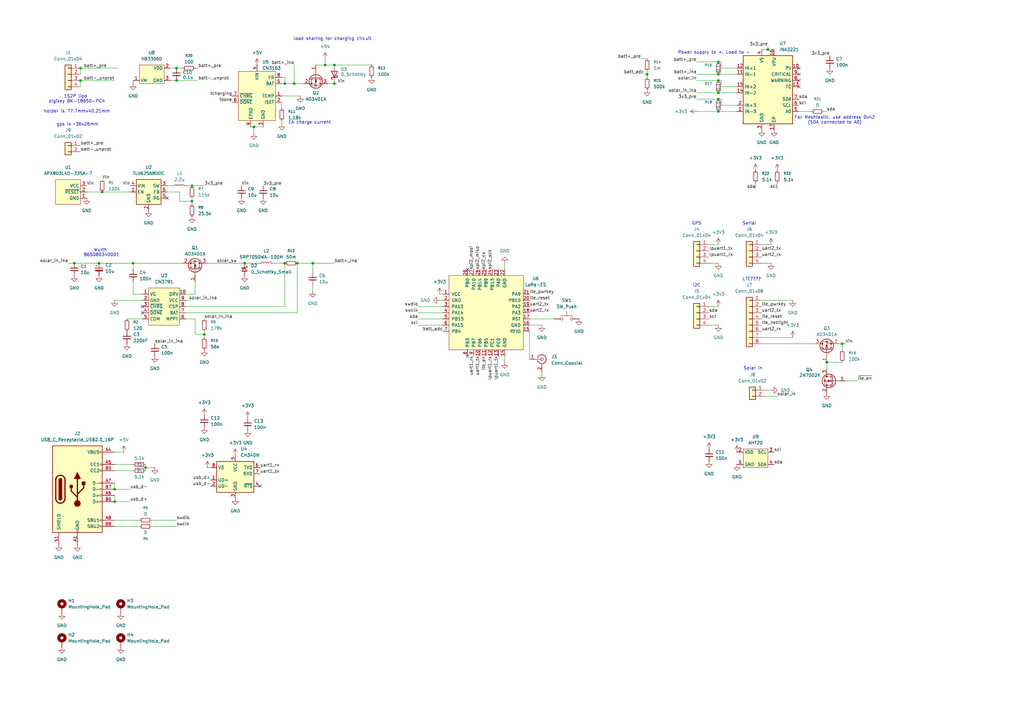
<source format=kicad_sch>
(kicad_sch (version 20250114) (generator "eeschema") (generator_version "9.0")
  (paper "A3")
  (text "Power supply to +, Load to -" (at 292.862 21.59 0) (effects (font (size 1.27 1.27))))
  (text "LTE????" (at 308.356 114.554 0) (effects (font (size 1.27 1.27))))
  (text "Serial" (at 307.34 91.694 0) (effects (font (size 1.27 1.27))))
  (text "1S2P lipo \ndigikey BK-18650-PC4\n\nholder is 77.7mmx40.21mm" (at 31.496 42.672 0) (effects (font (size 1.27 1.27))))
  (text "Wurth \n865080340001" (at 41.656 103.632 0) (effects (font (size 1.27 1.27))))
  (text "Use JLC04161H-7628, 50ohm on L1 with L2 reference = 0.3493mm thickness" (at 188.722 -10.668 0) (effects (font (size 5 5))))
  (text "Solar in" (at 308.864 151.13 0) (effects (font (size 1.27 1.27))))
  (text "1A charge current" (at 127 50.292 0) (effects (font (size 1.27 1.27))))
  (text "GPS" (at 285.75 91.694 0) (effects (font (size 1.27 1.27))))
  (text "I2C" (at 285.75 117.094 0) (effects (font (size 1.27 1.27))))
  (text "For Meshtastic, use address 0x42\n(SDA connected to A0)" (at 342.392 49.276 0) (effects (font (size 1.27 1.27))))
  (text "load sharing for charging circuit" (at 136.398 16.002 0) (effects (font (size 1.27 1.27))))
  (text "gps is ~36x26mm" (at 31.75 51.054 0) (effects (font (size 1.27 1.27))))
  (junction (at 72.39 33.02))
  (junction (at 137.16 26.67))
  (junction (at 294.64 25.4))
  (junction (at 137.16 34.29))
  (junction (at 294.64 38.1))
  (junction (at 116.84 107.95))
  (junction (at 116.84 34.29))
  (junction (at 46.99 205.74))
  (junction (at 294.64 30.48))
  (junction (at 128.27 107.95))
  (junction (at 104.14 52.07))
  (junction (at 46.99 200.66))
  (junction (at 33.02 27.94))
  (junction (at 59.69 191.77))
  (junction (at 72.39 27.94))
  (junction (at 78.74 82.55))
  (junction (at 30.48 107.95))
  (junction (at 121.92 107.95))
  (junction (at 314.96 20.32))
  (junction (at 78.74 76.2))
  (junction (at 294.64 33.02))
  (junction (at 41.91 78.74))
  (junction (at 345.44 140.97))
  (junction (at 133.35 26.67))
  (junction (at 83.82 137.16))
  (junction (at 339.09 148.59))
  (junction (at 54.61 107.95))
  (junction (at 120.65 34.29))
  (junction (at 100.33 107.95))
  (junction (at 265.43 30.48))
  (junction (at 40.64 107.95))
  (junction (at 294.64 45.72))
  (junction (at 33.02 33.02))
  (junction (at 294.64 40.64))
  (no_connect (at 327.66 33.02))
  (no_connect (at 58.42 128.27))
  (no_connect (at 191.77 110.49))
  (no_connect (at 106.68 199.39))
  (no_connect (at 327.66 27.94))
  (no_connect (at 191.77 146.05))
  (no_connect (at 327.66 35.56))
  (no_connect (at 68.58 81.28))
  (no_connect (at 327.66 30.48))
  (no_connect (at 58.42 125.73))
  (wire (pts (xy 46.99 123.19) (xy 58.42 123.19)))
  (wire (pts (xy 346.71 140.97) (xy 345.44 140.97)))
  (wire (pts (xy 59.69 190.5) (xy 59.69 191.77)))
  (wire (pts (xy 295.91 25.4) (xy 295.91 27.94)))
  (wire (pts (xy 104.14 52.07) (xy 107.95 52.07)))
  (wire (pts (xy 294.64 125.73) (xy 290.83 125.73)))
  (wire (pts (xy 285.75 25.4) (xy 294.64 25.4)))
  (wire (pts (xy 120.65 34.29) (xy 124.46 34.29)))
  (wire (pts (xy 116.84 107.95) (xy 116.84 125.73)))
  (wire (pts (xy 180.34 123.19) (xy 181.61 123.19)))
  (wire (pts (xy 285.75 45.72) (xy 294.64 45.72)))
  (wire (pts (xy 33.02 33.02) (xy 33.02 35.56)))
  (wire (pts (xy 54.61 107.95) (xy 40.64 107.95)))
  (wire (pts (xy 129.54 26.67) (xy 133.35 26.67)))
  (wire (pts (xy 71.12 76.2) (xy 68.58 76.2)))
  (wire (pts (xy 171.45 133.35) (xy 181.61 133.35)))
  (wire (pts (xy 69.85 33.02) (xy 72.39 33.02)))
  (wire (pts (xy 339.09 148.59) (xy 345.44 148.59)))
  (wire (pts (xy 171.45 130.81) (xy 181.61 130.81)))
  (wire (pts (xy 339.09 45.72) (xy 337.82 45.72)))
  (wire (pts (xy 78.74 82.55) (xy 78.74 81.28)))
  (wire (pts (xy 294.64 107.95) (xy 290.83 107.95)))
  (wire (pts (xy 54.61 120.65) (xy 54.61 115.57)))
  (wire (pts (xy 33.02 27.94) (xy 33.02 30.48)))
  (wire (pts (xy 318.77 162.56) (xy 313.69 162.56)))
  (wire (pts (xy 80.01 130.81) (xy 80.01 137.16)))
  (wire (pts (xy 81.28 27.94) (xy 80.01 27.94)))
  (wire (pts (xy 46.99 193.04) (xy 54.61 193.04)))
  (wire (pts (xy 83.82 137.16) (xy 83.82 135.89)))
  (wire (pts (xy 116.84 107.95) (xy 111.76 107.95)))
  (wire (pts (xy 295.91 33.02) (xy 295.91 35.56)))
  (wire (pts (xy 294.64 133.35) (xy 290.83 133.35)))
  (wire (pts (xy 171.45 125.73) (xy 181.61 125.73)))
  (wire (pts (xy 339.09 151.13) (xy 339.09 148.59)))
  (wire (pts (xy 46.99 203.2) (xy 46.99 205.74)))
  (wire (pts (xy 30.48 107.95) (xy 40.64 107.95)))
  (wire (pts (xy 294.64 33.02) (xy 295.91 33.02)))
  (wire (pts (xy 180.34 120.65) (xy 181.61 120.65)))
  (wire (pts (xy 46.99 198.12) (xy 46.99 200.66)))
  (wire (pts (xy 264.16 30.48) (xy 265.43 30.48)))
  (wire (pts (xy 35.56 78.74) (xy 41.91 78.74)))
  (wire (pts (xy 316.23 100.33) (xy 312.42 100.33)))
  (wire (pts (xy 265.43 30.48) (xy 265.43 29.21)))
  (wire (pts (xy 207.01 107.95) (xy 207.01 110.49)))
  (wire (pts (xy 54.61 34.29) (xy 54.61 33.02)))
  (wire (pts (xy 285.75 40.64) (xy 294.64 40.64)))
  (wire (pts (xy 351.79 156.21) (xy 346.71 156.21)))
  (wire (pts (xy 33.02 33.02) (xy 46.99 33.02)))
  (wire (pts (xy 314.96 20.32) (xy 317.5 20.32)))
  (wire (pts (xy 294.64 40.64) (xy 295.91 40.64)))
  (wire (pts (xy 58.42 120.65) (xy 54.61 120.65)))
  (wire (pts (xy 217.17 130.81) (xy 227.33 130.81)))
  (wire (pts (xy 295.91 43.18) (xy 302.26 43.18)))
  (wire (pts (xy 285.75 33.02) (xy 294.64 33.02)))
  (wire (pts (xy 312.42 20.32) (xy 314.96 20.32)))
  (wire (pts (xy 54.61 190.5) (xy 46.99 190.5)))
  (wire (pts (xy 115.57 44.45) (xy 115.57 41.91)))
  (wire (pts (xy 50.8 185.42) (xy 46.99 185.42)))
  (wire (pts (xy 133.35 24.13) (xy 133.35 26.67)))
  (wire (pts (xy 73.66 78.74) (xy 73.66 82.55)))
  (wire (pts (xy 345.44 143.51) (xy 345.44 140.97)))
  (wire (pts (xy 120.65 26.67) (xy 120.65 34.29)))
  (wire (pts (xy 102.87 52.07) (xy 104.14 52.07)))
  (wire (pts (xy 116.84 34.29) (xy 120.65 34.29)))
  (wire (pts (xy 57.15 215.9) (xy 46.99 215.9)))
  (wire (pts (xy 285.75 38.1) (xy 294.64 38.1)))
  (wire (pts (xy 83.82 138.43) (xy 83.82 137.16)))
  (wire (pts (xy 294.64 100.33) (xy 290.83 100.33)))
  (wire (pts (xy 80.01 120.65) (xy 80.01 115.57)))
  (wire (pts (xy 345.44 140.97) (xy 344.17 140.97)))
  (wire (pts (xy 285.75 30.48) (xy 294.64 30.48)))
  (wire (pts (xy 74.93 27.94) (xy 72.39 27.94)))
  (wire (pts (xy 171.45 128.27) (xy 181.61 128.27)))
  (wire (pts (xy 128.27 116.84) (xy 128.27 119.38)))
  (wire (pts (xy 81.28 33.02) (xy 72.39 33.02)))
  (wire (pts (xy 137.16 34.29) (xy 138.43 34.29)))
  (wire (pts (xy 121.92 107.95) (xy 128.27 107.95)))
  (wire (pts (xy 68.58 78.74) (xy 73.66 78.74)))
  (wire (pts (xy 59.69 191.77) (xy 59.69 193.04)))
  (wire (pts (xy 85.09 191.77) (xy 86.36 191.77)))
  (wire (pts (xy 80.01 137.16) (xy 83.82 137.16)))
  (wire (pts (xy 134.62 34.29) (xy 137.16 34.29)))
  (wire (pts (xy 33.02 27.94) (xy 48.26 27.94)))
  (wire (pts (xy 332.74 45.72) (xy 327.66 45.72)))
  (wire (pts (xy 115.57 34.29) (xy 116.84 34.29)))
  (wire (pts (xy 41.91 78.74) (xy 53.34 78.74)))
  (wire (pts (xy 78.74 76.2) (xy 83.82 76.2)))
  (wire (pts (xy 325.12 123.19) (xy 312.42 123.19)))
  (wire (pts (xy 62.23 215.9) (xy 72.39 215.9)))
  (wire (pts (xy 54.61 107.95) (xy 74.93 107.95)))
  (wire (pts (xy 318.77 77.47) (xy 318.77 74.93)))
  (wire (pts (xy 78.74 83.82) (xy 78.74 82.55)))
  (wire (pts (xy 76.2 76.2) (xy 78.74 76.2)))
  (wire (pts (xy 295.91 35.56) (xy 302.26 35.56)))
  (wire (pts (xy 54.61 110.49) (xy 54.61 107.95)))
  (wire (pts (xy 207.01 148.59) (xy 207.01 146.05)))
  (wire (pts (xy 72.39 27.94) (xy 69.85 27.94)))
  (wire (pts (xy 152.4 26.67) (xy 137.16 26.67)))
  (wire (pts (xy 309.88 77.47) (xy 309.88 74.93)))
  (wire (pts (xy 262.89 24.13) (xy 265.43 24.13)))
  (wire (pts (xy 316.23 160.02) (xy 313.69 160.02)))
  (wire (pts (xy 62.23 213.36) (xy 72.39 213.36)))
  (wire (pts (xy 76.2 128.27) (xy 121.92 128.27)))
  (wire (pts (xy 85.09 107.95) (xy 100.33 107.95)))
  (wire (pts (xy 294.64 25.4) (xy 295.91 25.4)))
  (wire (pts (xy 128.27 107.95) (xy 128.27 111.76)))
  (wire (pts (xy 104.14 52.07) (xy 104.14 54.61)))
  (wire (pts (xy 222.25 152.4) (xy 222.25 153.67)))
  (wire (pts (xy 217.17 135.89) (xy 217.17 147.32)))
  (wire (pts (xy 116.84 31.75) (xy 116.84 34.29)))
  (wire (pts (xy 123.19 39.37) (xy 115.57 39.37)))
  (wire (pts (xy 294.64 30.48) (xy 302.26 30.48)))
  (wire (pts (xy 128.27 107.95) (xy 137.16 107.95)))
  (wire (pts (xy 106.68 107.95) (xy 100.33 107.95)))
  (wire (pts (xy 133.35 26.67) (xy 137.16 26.67)))
  (wire (pts (xy 314.96 19.05) (xy 314.96 20.32)))
  (wire (pts (xy 73.66 82.55) (xy 78.74 82.55)))
  (wire (pts (xy 116.84 125.73) (xy 76.2 125.73)))
  (wire (pts (xy 52.07 130.81) (xy 58.42 130.81)))
  (wire (pts (xy 59.69 191.77) (xy 63.5 191.77)))
  (wire (pts (xy 295.91 40.64) (xy 295.91 43.18)))
  (wire (pts (xy 115.57 31.75) (xy 116.84 31.75)))
  (wire (pts (xy 222.25 133.35) (xy 217.17 133.35)))
  (wire (pts (xy 295.91 27.94) (xy 302.26 27.94)))
  (wire (pts (xy 316.23 107.95) (xy 312.42 107.95)))
  (wire (pts (xy 294.64 45.72) (xy 302.26 45.72)))
  (wire (pts (xy 57.15 213.36) (xy 46.99 213.36)))
  (wire (pts (xy 325.12 138.43) (xy 312.42 138.43)))
  (wire (pts (xy 334.01 140.97) (xy 312.42 140.97)))
  (wire (pts (xy 46.99 200.66) (xy 53.34 200.66)))
  (wire (pts (xy 46.99 205.74) (xy 53.34 205.74)))
  (wire (pts (xy 294.64 38.1) (xy 302.26 38.1)))
  (wire (pts (xy 77.47 123.19) (xy 76.2 123.19)))
  (wire (pts (xy 30.48 107.95) (xy 27.94 107.95)))
  (wire (pts (xy 121.92 128.27) (xy 121.92 107.95)))
  (wire (pts (xy 76.2 120.65) (xy 80.01 120.65)))
  (wire (pts (xy 76.2 130.81) (xy 80.01 130.81)))
  (wire (pts (xy 265.43 31.75) (xy 265.43 30.48)))
  (wire (pts (xy 115.57 49.53) (xy 115.57 50.8)))
  (label "lpuart1_tx" (at 290.83 102.87 0))
  (label "batt-_unprot" (at 33.02 62.23 0))
  (label "uart1_tx" (at 106.68 194.31 0))
  (label "scl" (at 290.83 130.81 0))
  (label "uart1_rx" (at 194.31 146.05 270))
  (label "spi2_miso" (at 196.85 110.49 90))
  (label "3v3_pre" (at 314.96 19.05 180))
  (label "sda" (at 317.5 190.5 0))
  (label "usb_d+" (at 86.36 196.85 180))
  (label "uart1_tx" (at 196.85 146.05 270))
  (label "scl" (at 318.77 77.47 180))
  (label "lte_netlight" (at 312.42 133.35 0))
  (label "uart1_rx" (at 106.68 191.77 0))
  (label "uart2_tx" (at 217.17 125.73 0))
  (label "uart2_rx" (at 312.42 105.41 0))
  (label "uart2_rx" (at 217.17 128.27 0))
  (label "Vin" (at 35.56 76.2 0))
  (label "solar_in" (at 318.77 162.56 0))
  (label "batt_adc" (at 264.16 30.48 180))
  (label "swclk" (at 171.45 128.27 180))
  (label "batt+_pre" (at 262.89 24.13 180))
  (label "!charging" (at 95.25 39.37 180))
  (label "3v3_pre" (at 340.36 22.86 180))
  (label "scl" (at 171.45 133.35 180))
  (label "!done" (at 95.25 41.91 180))
  (label "sda" (at 171.45 130.81 180))
  (label "swdio" (at 171.45 125.73 180))
  (label "batt_adc" (at 181.61 135.89 180))
  (label "batt+_pre" (at 34.29 27.94 0))
  (label "batt+_pre" (at 81.28 27.94 0))
  (label "batt-_unprot" (at 81.28 33.02 0))
  (label "lte_reset" (at 217.17 123.19 0))
  (label "sda" (at 309.88 77.47 180))
  (label "lte_pwrkey" (at 312.42 125.73 0))
  (label "~{lte_en}" (at 351.79 156.21 0))
  (label "sda" (at 339.09 45.72 0))
  (label "swdio" (at 72.39 213.36 0))
  (label "3v3_pre" (at 83.82 76.2 0))
  (label "lte_pwrkey" (at 217.17 120.65 0))
  (label "batt+_pre" (at 285.75 25.4 180))
  (label "batt+_pre" (at 33.02 59.69 0))
  (label "scl" (at 317.5 185.42 0))
  (label "solar_in_ina" (at 27.94 107.95 180))
  (label "Vin" (at 53.34 76.2 180))
  (label "uart2_rx" (at 312.42 135.89 0))
  (label "solar_in_ina" (at 77.47 123.19 0))
  (label "usb_d+" (at 53.34 205.74 0))
  (label "spi2_sck" (at 201.93 110.49 90))
  (label "lpuart1_rx" (at 201.93 146.05 270))
  (label "usb_d-" (at 86.36 199.39 180))
  (label "solar_in_ina" (at 63.5 140.97 0))
  (label "batt+_ina" (at 285.75 30.48 180))
  (label "uart2_tx" (at 312.42 102.87 0))
  (label "lte_reset" (at 312.42 130.81 0))
  (label "sda" (at 327.66 40.64 0))
  (label "lpuart1_rx" (at 290.83 105.41 0))
  (label "solar_sw" (at 88.9 107.95 0))
  (label "batt+_ina" (at 137.16 107.95 0))
  (label "batt-_unprot" (at 34.29 33.02 0))
  (label "scl" (at 327.66 43.18 0))
  (label "solar_in_ina" (at 83.82 130.81 0))
  (label "3v3_pre" (at 285.75 40.64 180))
  (label "swclk" (at 72.39 215.9 0))
  (label "uart2_tx" (at 312.42 128.27 0))
  (label "Vin" (at 41.91 73.66 0))
  (label "solar_in" (at 285.75 33.02 180))
  (label "Vin" (at 99.06 76.2 0))
  (label "Vin" (at 346.71 140.97 0))
  (label "lte_en" (at 199.39 146.05 270))
  (label "spi2_cs" (at 199.39 110.49 90))
  (label "lpuart1_tx" (at 204.47 146.05 270))
  (label "3v3_pre" (at 107.95 76.2 0))
  (label "sda" (at 290.83 128.27 0))
  (label "spi2_mosi" (at 194.31 110.49 90))
  (label "Vin" (at 138.43 34.29 0))
  (label "batt+_ina" (at 120.65 26.67 180))
  (label "solar_in_ina" (at 285.75 38.1 180))
  (label "usb_d-" (at 53.34 200.66 0))
  (symbol (lib_id "Device:R_Small") (at 318.77 72.39 0) (unit 1)
    (property "Reference" "R23" (at 321.31 71.1199 0) (effects (font (size 1.016 1.016)) (justify left)))
    (property "Value" "5.1k" (at 321.31 73.6599 0) (effects (justify left)))
    (property "Footprint" "Resistor_SMD:R_0603_1608Metric" (effects (hide yes)))
    (property "Description" "Resistor, small symbol" (effects (hide yes)))
  )
  (symbol (lib_id "power:GND") (at 222.25 153.67 0) (unit 1)
    (property "Reference" "#PWR034" (effects (hide yes)))
    (property "Value" "GND" (at 222.25 158.75 0))
    (property "Description" "Power symbol creates a global label with name \"GND\" , ground" (effects (hide yes)))
  )
  (symbol (lib_id "power:+3V3") (at 294.64 100.33 0) (unit 1)
    (property "Reference" "#PWR038" (effects (hide yes)))
    (property "Value" "+3V3" (at 294.64 95.25 0))
    (property "Description" "Power symbol creates a global label with name \"+3V3\"" (effects (hide yes)))
  )
  (symbol (lib_id "power:GND") (at 294.64 107.95 0) (unit 1)
    (property "Reference" "#PWR039" (effects (hide yes)))
    (property "Value" "GND" (at 294.64 113.03 0))
    (property "Description" "Power symbol creates a global label with name \"GND\" , ground" (effects (hide yes)))
  )
  (symbol (lib_id "stary:AHT20") (at 309.88 187.96 0) (unit 1)
    (property "Reference" "U9" (at 309.88 179.07 0))
    (property "Value" "AHT20" (at 309.88 181.61 0))
    (property "Footprint" "stary:AHT20" (effects (hide yes)))
  )
  (symbol (lib_id "Connector_Generic:Conn_01x04") (at 27.94 30.48 0) (mirror y) (unit 1)
    (property "Reference" "J1" (at 27.94 21.59 0))
    (property "Value" "Conn_01x04" (at 27.94 24.13 0))
    (property "Footprint" "stary:BK-18650-PC4" (effects (hide yes)))
    (property "Description" "Generic connector, single row, 01x04, script generated (kicad-library-utils/schlib/autogen/connector/)" (effects (hide yes)))
  )
  (symbol (lib_id "Transistor_FET:AO3401A") (at 129.54 31.75 270) (unit 1)
    (property "Reference" "Q2" (at 129.54 38.1 90))
    (property "Value" "AO3401A" (at 129.54 40.64 90))
    (property "Footprint" "Package_TO_SOT_SMD:SOT-23" (effects (hide yes)))
    (property "Datasheet" "http://www.aosmd.com/pdfs/datasheet/AO3401A.pdf" (effects (hide yes)))
    (property "Description" "-4.0A Id, -30V Vds, P-Channel MOSFET, SOT-23" (effects (hide yes)))
  )
  (symbol (lib_id "power:GND") (at 83.82 175.26 0) (unit 1)
    (property "Reference" "#PWR062" (effects (hide yes)))
    (property "Value" "GND" (at 83.82 180.34 0))
    (property "Description" "Power symbol creates a global label with name \"GND\" , ground" (effects (hide yes)))
  )
  (symbol (lib_id "power:GND") (at 83.82 143.51 0) (unit 1)
    (property "Reference" "#PWR017" (effects (hide yes)))
    (property "Value" "GND" (at 83.82 148.59 0))
    (property "Description" "Power symbol creates a global label with name \"GND\" , ground" (effects (hide yes)))
  )
  (symbol (lib_id "Mechanical:MountingHole_Pad") (at 49.53 262.89 0) (unit 1) (in_bom no)
    (property "Reference" "H4" (at 52.07 260.3499 0) (effects (justify left)))
    (property "Value" "MountingHole_Pad" (at 52.07 262.8899 0) (effects (justify left)))
    (property "Footprint" "MountingHole:MountingHole_3.2mm_M3_Pad_Via" (effects (hide yes)))
    (property "Description" "Mounting Hole with connection" (effects (hide yes)))
  )
  (symbol (lib_id "power:GND") (at 294.64 133.35 0) (unit 1)
    (property "Reference" "#PWR041" (effects (hide yes)))
    (property "Value" "GND" (at 294.64 138.43 0))
    (property "Description" "Power symbol creates a global label with name \"GND\" , ground" (effects (hide yes)))
  )
  (symbol (lib_id "Interface_USB:CH340N") (at 96.52 194.31 0) (unit 1)
    (property "Reference" "U4" (at 98.6633 184.15 0) (effects (justify left)))
    (property "Value" "CH340N" (at 98.6633 186.69 0) (effects (justify left)))
    (property "Footprint" "Package_SO:SOP-8_3.9x4.9mm_P1.27mm" (effects (hide yes)))
    (property "Datasheet" "https://aitendo3.sakura.ne.jp/aitendo_data/product_img/ic/inteface/CH340N/ch340n.pdf" (effects (hide yes)))
    (property "Description" "USB serial converter, 2Mbps, UART, SOP-8" (effects (hide yes)))
  )
  (symbol (lib_id "Device:R_Small") (at 59.69 215.9 270) (unit 1)
    (property "Reference" "R6" (at 59.69 220.98 90) (effects (font (size 1.016 1.016))))
    (property "Value" "0" (at 59.69 218.44 90))
    (property "Footprint" "Resistor_SMD:R_0402_1005Metric" (effects (hide yes)))
    (property "Description" "Resistor, small symbol" (effects (hide yes)))
  )
  (symbol (lib_id "Device:R_Small") (at 41.91 76.2 0) (unit 1)
    (property "Reference" "R1" (at 44.45 74.9299 0) (effects (font (size 1.016 1.016)) (justify left)))
    (property "Value" "100k" (at 44.45 77.4699 0) (effects (justify left)))
    (property "Footprint" "Resistor_SMD:R_0603_1608Metric" (effects (hide yes)))
    (property "Description" "Resistor, small symbol" (effects (hide yes)))
  )
  (symbol (lib_id "Device:R_Small") (at 115.57 46.99 0) (unit 1)
    (property "Reference" "R11" (at 118.11 45.7199 0) (effects (font (size 1.016 1.016)) (justify left)))
    (property "Value" "1.18k" (at 118.11 48.2599 0) (effects (justify left)))
    (property "Footprint" "Resistor_SMD:R_0603_1608Metric" (effects (hide yes)))
    (property "Description" "Resistor, small symbol" (effects (hide yes)))
  )
  (symbol (lib_id "Device:L_Small") (at 109.22 107.95 90) (unit 1)
    (property "Reference" "L2" (at 109.22 102.87 90))
    (property "Value" "SRP7050WA-100M" (at 107.188 105.41 90))
    (property "Footprint" "Inductor_SMD:L_Bourns_SRP7028A_7.3x6.6mm" (effects (hide yes)))
    (property "Description" "Inductor, small symbol" (effects (hide yes)))
  )
  (symbol (lib_id "power:GND") (at 46.99 123.19 0) (unit 1)
    (property "Reference" "#PWR08" (effects (hide yes)))
    (property "Value" "GND" (at 46.99 128.27 0))
    (property "Description" "Power symbol creates a global label with name \"GND\" , ground" (effects (hide yes)))
  )
  (symbol (lib_id "power:+5V") (at 105.41 26.67 0) (unit 1)
    (property "Reference" "#PWR023" (effects (hide yes)))
    (property "Value" "+5V" (at 105.41 21.59 0))
    (property "Description" "Power symbol creates a global label with name \"+5V\"" (effects (hide yes)))
  )
  (symbol (lib_id "Device:R_Small") (at 152.4 29.21 180) (unit 1)
    (property "Reference" "R13" (at 154.94 27.9399 0) (effects (font (size 1.016 1.016)) (justify right)))
    (property "Value" "100k" (at 154.94 30.4799 0) (effects (justify right)))
    (property "Footprint" "Resistor_SMD:R_0603_1608Metric" (effects (hide yes)))
    (property "Description" "Resistor, small symbol" (effects (hide yes)))
  )
  (symbol (lib_id "Device:R_Small") (at 52.07 133.35 0) (unit 1)
    (property "Reference" "R2" (at 54.61 132.0799 0) (effects (font (size 1.016 1.016)) (justify left)))
    (property "Value" "120" (at 54.61 134.6199 0) (effects (justify left)))
    (property "Footprint" "Resistor_SMD:R_0603_1608Metric" (effects (hide yes)))
    (property "Description" "Resistor, small symbol" (effects (hide yes)))
  )
  (symbol (lib_id "Device:R_Small") (at 265.43 26.67 0) (unit 1)
    (property "Reference" "R14" (at 267.97 25.3999 0) (effects (font (size 1.016 1.016)) (justify left)))
    (property "Value" "1m" (at 267.97 27.9399 0) (effects (justify left)))
    (property "Footprint" "Resistor_SMD:R_0603_1608Metric" (effects (hide yes)))
    (property "Description" "Resistor, small symbol" (effects (hide yes)))
  )
  (symbol (lib_id "Connector_Generic:Conn_01x02") (at 27.94 59.69 0) (mirror y) (unit 1)
    (property "Reference" "J9" (at 27.94 53.34 0))
    (property "Value" "Conn_01x02" (at 27.94 55.88 0))
    (property "Footprint" "Connector_JST:JST_PH_B2B-PH-K_1x02_P2.00mm_Vertical" (effects (hide yes)))
    (property "Description" "Generic connector, single row, 01x02, script generated (kicad-library-utils/schlib/autogen/connector/)" (effects (hide yes)))
  )
  (symbol (lib_id "Mechanical:MountingHole_Pad") (at 49.53 248.92 0) (unit 1) (in_bom no)
    (property "Reference" "H3" (at 52.07 246.3799 0) (effects (justify left)))
    (property "Value" "MountingHole_Pad" (at 52.07 248.9199 0) (effects (justify left)))
    (property "Footprint" "MountingHole:MountingHole_3.2mm_M3_Pad_Via" (effects (hide yes)))
    (property "Description" "Mounting Hole with connection" (effects (hide yes)))
  )
  (symbol (lib_id "stary:CN3791") (at 67.31 125.73 0) (unit 1)
    (property "Reference" "U3" (at 67.31 113.03 0))
    (property "Value" "CN3791" (at 67.31 115.57 0))
    (property "Footprint" "Package_SO:SSOP-10_3.9x4.9mm_P1.00mm" (effects (hide yes)))
  )
  (symbol (lib_id "Device:R_Small") (at 294.64 43.18 0) (unit 1)
    (property "Reference" "R18" (at 292.1 41.9099 0) (effects (font (size 1.016 1.016)) (justify right)))
    (property "Value" "0.1" (at 294.64 41.402 90) (effects (justify right)))
    (property "Footprint" "Resistor_SMD:R_1206_3216Metric" (effects (hide yes)))
    (property "Description" "Resistor, small symbol" (effects (hide yes)))
  )
  (symbol (lib_id "power:GND") (at 24.13 223.52 0) (unit 1)
    (property "Reference" "#PWR01" (effects (hide yes)))
    (property "Value" "GND" (at 24.13 228.6 0))
    (property "Description" "Power symbol creates a global label with name \"GND\" , ground" (effects (hide yes)))
  )
  (symbol (lib_id "power:GND") (at 104.14 54.61 0) (unit 1)
    (property "Reference" "#PWR022" (effects (hide yes)))
    (property "Value" "GND" (at 104.14 59.69 0))
    (property "Description" "Power symbol creates a global label with name \"GND\" , ground" (effects (hide yes)))
  )
  (symbol (lib_id "power:+3V3") (at 101.6 171.45 0) (unit 1)
    (property "Reference" "#PWR061" (effects (hide yes)))
    (property "Value" "+3V3" (at 101.6 166.37 0))
    (property "Description" "Power symbol creates a global label with name \"+3V3\"" (effects (hide yes)))
  )
  (symbol (lib_id "power:GND") (at 265.43 36.83 0) (unit 1)
    (property "Reference" "#PWR035" (effects (hide yes)))
    (property "Value" "GND" (at 265.43 41.91 0))
    (property "Description" "Power symbol creates a global label with name \"GND\" , ground" (effects (hide yes)))
  )
  (symbol (lib_id "Transistor_FET:AO3401A") (at 339.09 143.51 90) (unit 1)
    (property "Reference" "Q3" (at 339.09 134.62 90))
    (property "Value" "AO3401A" (at 339.09 137.16 90))
    (property "Footprint" "Package_TO_SOT_SMD:SOT-23" (effects (hide yes)))
    (property "Datasheet" "http://www.aosmd.com/pdfs/datasheet/AO3401A.pdf" (effects (hide yes)))
    (property "Description" "-4.0A Id, -30V Vds, P-Channel MOSFET, SOT-23" (effects (hide yes)))
  )
  (symbol (lib_id "power:+3V3") (at 316.23 100.33 0) (unit 1)
    (property "Reference" "#PWR043" (effects (hide yes)))
    (property "Value" "+3V3" (at 316.23 95.25 0))
    (property "Description" "Power symbol creates a global label with name \"+3V3\"" (effects (hide yes)))
  )
  (symbol (lib_id "Device:C_Small") (at 72.39 30.48 0) (unit 1)
    (property "Reference" "C10" (at 74.93 29.718 0) (effects (justify left)))
    (property "Value" "0.1u" (at 74.93 31.7562 0) (effects (justify left)))
    (property "Footprint" "Capacitor_SMD:C_0603_1608Metric" (effects (hide yes)))
    (property "Description" "Unpolarized capacitor, small symbol" (effects (hide yes)))
  )
  (symbol (lib_id "Mechanical:MountingHole_Pad") (at 25.4 262.89 0) (unit 1) (in_bom no)
    (property "Reference" "H2" (at 27.94 260.3499 0) (effects (justify left)))
    (property "Value" "MountingHole_Pad" (at 27.94 262.8899 0) (effects (justify left)))
    (property "Footprint" "MountingHole:MountingHole_3.2mm_M3_Pad_Via" (effects (hide yes)))
    (property "Description" "Mounting Hole with connection" (effects (hide yes)))
  )
  (symbol (lib_id "power:GND") (at 180.34 123.19 270) (unit 1)
    (property "Reference" "#PWR030" (effects (hide yes)))
    (property "Value" "GND" (at 176.53 123.1899 90) (effects (justify right)))
    (property "Description" "Power symbol creates a global label with name \"GND\" , ground" (effects (hide yes)))
  )
  (symbol (lib_id "stary:CN3163") (at 105.41 39.37 0) (unit 1)
    (property "Reference" "U5" (at 107.5533 25.4 0) (effects (justify left)))
    (property "Value" "CN3163" (at 107.5533 27.94 0) (effects (justify left)))
    (property "Footprint" "Package_SO:SOIC-8-1EP_3.9x4.9mm_P1.27mm_EP2.41x3.3mm_ThermalVias" (effects (hide yes)))
  )
  (symbol (lib_id "Device:C_Small") (at 128.27 114.3 0) (unit 1)
    (property "Reference" "C6" (at 130.81 113.0362 0) (effects (justify left)))
    (property "Value" "10u" (at 130.81 115.5762 0) (effects (justify left)))
    (property "Footprint" "Capacitor_SMD:C_0603_1608Metric" (effects (hide yes)))
    (property "Description" "Unpolarized capacitor, small symbol" (effects (hide yes)))
  )
  (symbol (lib_id "power:+3V3") (at 285.75 45.72 90) (unit 1)
    (property "Reference" "#PWR037" (effects (hide yes)))
    (property "Value" "+3V3" (at 281.94 45.7199 90) (effects (justify left)))
    (property "Description" "Power symbol creates a global label with name \"+3V3\"" (effects (hide yes)))
  )
  (symbol (lib_id "power:GND") (at 312.42 53.34 0) (unit 1)
    (property "Reference" "#PWR042" (effects (hide yes)))
    (property "Value" "GND" (at 312.42 58.42 0))
    (property "Description" "Power symbol creates a global label with name \"GND\" , ground" (effects (hide yes)))
  )
  (symbol (lib_id "power:GND") (at 63.5 146.05 0) (unit 1)
    (property "Reference" "#PWR014" (effects (hide yes)))
    (property "Value" "GND" (at 63.5 151.13 0))
    (property "Description" "Power symbol creates a global label with name \"GND\" , ground" (effects (hide yes)))
  )
  (symbol (lib_id "power:+3V3") (at 325.12 138.43 0) (unit 1)
    (property "Reference" "#PWR048" (effects (hide yes)))
    (property "Value" "+3V3" (at 325.12 133.35 0))
    (property "Description" "Power symbol creates a global label with name \"+3V3\"" (effects (hide yes)))
  )
  (symbol (lib_id "Device:R_Small") (at 335.28 45.72 90) (unit 1)
    (property "Reference" "R21" (at 335.28 40.64 90) (effects (font (size 1.016 1.016))))
    (property "Value" "0" (at 335.28 43.18 90))
    (property "Footprint" "Resistor_SMD:R_0402_1005Metric" (effects (hide yes)))
    (property "Description" "Resistor, small symbol" (effects (hide yes)))
  )
  (symbol (lib_id "Device:C_Small") (at 63.5 143.51 0) (unit 1)
    (property "Reference" "C5" (at 66.04 142.2462 0) (effects (justify left)))
    (property "Value" "100n" (at 66.04 144.7862 0) (effects (justify left)))
    (property "Footprint" "Capacitor_SMD:C_0603_1608Metric" (effects (hide yes)))
    (property "Description" "Unpolarized capacitor, small symbol" (effects (hide yes)))
  )
  (symbol (lib_id "power:GND") (at 63.5 191.77 0) (unit 1)
    (property "Reference" "#PWR015" (effects (hide yes)))
    (property "Value" "GND" (at 63.5 196.85 0))
    (property "Description" "Power symbol creates a global label with name \"GND\" , ground" (effects (hide yes)))
  )
  (symbol (lib_id "power:+5V") (at 50.8 185.42 0) (unit 1)
    (property "Reference" "#PWR011" (effects (hide yes)))
    (property "Value" "+5V" (at 50.8 180.34 0))
    (property "Description" "Power symbol creates a global label with name \"+5V\"" (effects (hide yes)))
  )
  (symbol (lib_id "power:+3V3") (at 96.52 186.69 0) (unit 1)
    (property "Reference" "#PWR019" (effects (hide yes)))
    (property "Value" "+3V3" (at 96.52 181.61 0))
    (property "Description" "Power symbol creates a global label with name \"+3V3\"" (effects (hide yes)))
  )
  (symbol (lib_id "Device:R_Small") (at 57.15 193.04 90) (mirror x) (unit 1)
    (property "Reference" "R4" (at 57.15 193.04 90) (effects (font (size 1.016 1.016))))
    (property "Value" "5.1k" (at 57.15 195.58 90))
    (property "Footprint" "Resistor_SMD:R_0603_1608Metric" (effects (hide yes)))
    (property "Description" "Resistor, small symbol" (effects (hide yes)))
  )
  (symbol (lib_id "power:GND") (at 31.75 223.52 0) (unit 1)
    (property "Reference" "#PWR05" (effects (hide yes)))
    (property "Value" "GND" (at 31.75 228.6 0))
    (property "Description" "Power symbol creates a global label with name \"GND\" , ground" (effects (hide yes)))
  )
  (symbol (lib_id "power:GND") (at 316.23 160.02 90) (unit 1)
    (property "Reference" "#PWR045" (effects (hide yes)))
    (property "Value" "GND" (at 320.04 160.0199 90) (effects (justify right)))
    (property "Description" "Power symbol creates a global label with name \"GND\" , ground" (effects (hide yes)))
  )
  (symbol (lib_id "Device:R_Small") (at 309.88 72.39 0) (unit 1)
    (property "Reference" "R22" (at 312.42 71.1199 0) (effects (font (size 1.016 1.016)) (justify left)))
    (property "Value" "5.1k" (at 312.42 73.6599 0) (effects (justify left)))
    (property "Footprint" "Resistor_SMD:R_0603_1608Metric" (effects (hide yes)))
    (property "Description" "Resistor, small symbol" (effects (hide yes)))
  )
  (symbol (lib_id "power:GND") (at 101.6 176.53 0) (unit 1)
    (property "Reference" "#PWR063" (effects (hide yes)))
    (property "Value" "GND" (at 101.6 181.61 0))
    (property "Description" "Power symbol creates a global label with name \"GND\" , ground" (effects (hide yes)))
  )
  (symbol (lib_id "stary:XB3306D") (at 62.23 30.48 0) (unit 1)
    (property "Reference" "U8" (at 62.23 21.59 0))
    (property "Value" "XB3306D" (at 62.23 24.13 0))
    (property "Footprint" "Package_TO_SOT_SMD:SOT-23-3" (effects (hide yes)))
  )
  (symbol (lib_id "power:+3V3") (at 85.09 191.77 0) (unit 1)
    (property "Reference" "#PWR018" (effects (hide yes)))
    (property "Value" "+3V3" (at 85.09 186.69 0))
    (property "Description" "Power symbol creates a global label with name \"+3V3\"" (effects (hide yes)))
  )
  (symbol (lib_id "power:GND") (at 107.95 81.28 0) (unit 1)
    (property "Reference" "#PWR050" (effects (hide yes)))
    (property "Value" "GND" (at 107.95 86.36 0))
    (property "Description" "Power symbol creates a global label with name \"GND\" , ground" (effects (hide yes)))
  )
  (symbol (lib_id "Device:C_Small") (at 52.07 138.43 0) (unit 1)
    (property "Reference" "C3" (at 54.61 137.1662 0) (effects (justify left)))
    (property "Value" "220nF" (at 54.61 139.7062 0) (effects (justify left)))
    (property "Footprint" "Capacitor_SMD:C_0603_1608Metric" (effects (hide yes)))
    (property "Description" "Unpolarized capacitor, small symbol" (effects (hide yes)))
  )
  (symbol (lib_id "Device:L_Small") (at 73.66 76.2 90) (unit 1)
    (property "Reference" "L1" (at 73.66 71.12 90))
    (property "Value" "2.2u" (at 73.66 73.66 90))
    (property "Footprint" "Inductor_SMD:L_1008_2520Metric" (effects (hide yes)))
    (property "Description" "Inductor, small symbol" (effects (hide yes)))
  )
  (symbol (lib_id "power:GND") (at 60.96 86.36 0) (unit 1)
    (property "Reference" "#PWR013" (effects (hide yes)))
    (property "Value" "GND" (at 60.96 91.44 0))
    (property "Description" "Power symbol creates a global label with name \"GND\" , ground" (effects (hide yes)))
  )
  (symbol (lib_id "power:GND") (at 317.5 53.34 0) (unit 1)
    (property "Reference" "#PWR046" (effects (hide yes)))
    (property "Value" "GND" (at 317.5 58.42 0))
    (property "Description" "Power symbol creates a global label with name \"GND\" , ground" (effects (hide yes)))
  )
  (symbol (lib_id "Device:R_Small") (at 83.82 133.35 0) (unit 1)
    (property "Reference" "R9" (at 86.36 132.0799 0) (effects (font (size 1.016 1.016)) (justify left)))
    (property "Value" "178k" (at 86.36 134.6199 0) (effects (justify left)))
    (property "Footprint" "Resistor_SMD:R_0603_1608Metric" (effects (hide yes)))
    (property "Description" "Resistor, small symbol" (effects (hide yes)))
  )
  (symbol (lib_id "Device:C_Small") (at 101.6 173.99 0) (unit 1)
    (property "Reference" "C13" (at 104.14 172.7262 0) (effects (justify left)))
    (property "Value" "100n" (at 104.14 175.2662 0) (effects (justify left)))
    (property "Footprint" "Capacitor_SMD:C_0603_1608Metric" (effects (hide yes)))
    (property "Description" "Unpolarized capacitor, small symbol" (effects (hide yes)))
  )
  (symbol (lib_id "Device:R_Small") (at 83.82 140.97 0) (unit 1)
    (property "Reference" "R10" (at 86.36 139.6999 0) (effects (font (size 1.016 1.016)) (justify left)))
    (property "Value" "56k" (at 86.36 142.2399 0) (effects (justify left)))
    (property "Footprint" "Resistor_SMD:R_0603_1608Metric" (effects (hide yes)))
    (property "Description" "Resistor, small symbol" (effects (hide yes)))
  )
  (symbol (lib_id "power:GND") (at 35.56 81.28 0) (unit 1)
    (property "Reference" "#PWR06" (effects (hide yes)))
    (property "Value" "GND" (at 35.56 86.36 0))
    (property "Description" "Power symbol creates a global label with name \"GND\" , ground" (effects (hide yes)))
  )
  (symbol (lib_id "power:GND") (at 325.12 123.19 0) (unit 1)
    (property "Reference" "#PWR047" (effects (hide yes)))
    (property "Value" "GND" (at 325.12 128.27 0))
    (property "Description" "Power symbol creates a global label with name \"GND\" , ground" (effects (hide yes)))
  )
  (symbol (lib_id "power:GND") (at 96.52 204.47 0) (unit 1)
    (property "Reference" "#PWR020" (effects (hide yes)))
    (property "Value" "GND" (at 96.52 209.55 0))
    (property "Description" "Power symbol creates a global label with name \"GND\" , ground" (effects (hide yes)))
  )
  (symbol (lib_id "Device:D_Schottky_Small") (at 100.33 110.49 270) (unit 1)
    (property "Reference" "D2" (at 102.87 108.9659 90) (effects (justify left)))
    (property "Value" "D_Schottky_Small" (at 102.87 111.5059 90) (effects (justify left)))
    (property "Footprint" "Diode_SMD:D_SOD-123" (effects (hide yes)))
    (property "Description" "Schottky diode, small symbol" (effects (hide yes)))
  )
  (symbol (lib_id "power:GND") (at 115.57 50.8 0) (unit 1)
    (property "Reference" "#PWR024" (effects (hide yes)))
    (property "Value" "GND" (at 115.57 55.88 0))
    (property "Description" "Power symbol creates a global label with name \"GND\" , ground" (effects (hide yes)))
  )
  (symbol (lib_id "power:GND") (at 207.01 148.59 0) (unit 1)
    (property "Reference" "#PWR032" (effects (hide yes)))
    (property "Value" "GND" (at 207.01 153.67 0))
    (property "Description" "Power symbol creates a global label with name \"GND\" , ground" (effects (hide yes)))
  )
  (symbol (lib_id "power:GND") (at 339.09 161.29 0) (unit 1)
    (property "Reference" "#PWR052" (effects (hide yes)))
    (property "Value" "GND" (at 339.09 166.37 0))
    (property "Description" "Power symbol creates a global label with name \"GND\" , ground" (effects (hide yes)))
  )
  (symbol (lib_id "power:GND") (at 54.61 34.29 0) (unit 1)
    (property "Reference" "#PWR053" (effects (hide yes)))
    (property "Value" "GND" (at 54.61 39.37 0))
    (property "Description" "Power symbol creates a global label with name \"GND\" , ground" (effects (hide yes)))
  )
  (symbol (lib_id "power:GND") (at 30.48 113.03 0) (unit 1)
    (property "Reference" "#PWR04" (effects (hide yes)))
    (property "Value" "GND" (at 30.48 118.11 0))
    (property "Description" "Power symbol creates a global label with name \"GND\" , ground" (effects (hide yes)))
  )
  (symbol (lib_id "power:GND") (at 25.4 251.46 0) (unit 1)
    (property "Reference" "#PWR02" (effects (hide yes)))
    (property "Value" "GND" (at 25.4 256.54 0))
    (property "Description" "Power symbol creates a global label with name \"GND\" , ground" (effects (hide yes)))
  )
  (symbol (lib_id "Connector_Generic:Conn_01x02") (at 308.61 160.02 0) (mirror y) (unit 1)
    (property "Reference" "J8" (at 308.61 153.67 0))
    (property "Value" "Conn_01x02" (at 308.61 156.21 0))
    (property "Footprint" "Connector_JST:JST_XH_B2B-XH-A_1x02_P2.50mm_Vertical" (effects (hide yes)))
    (property "Description" "Generic connector, single row, 01x02, script generated (kicad-library-utils/schlib/autogen/connector/)" (effects (hide yes)))
  )
  (symbol (lib_id "Connector_Generic:Conn_01x04") (at 285.75 128.27 0) (mirror y) (unit 1)
    (property "Reference" "J5" (at 285.75 119.38 0))
    (property "Value" "Conn_01x04" (at 285.75 121.92 0))
    (property "Footprint" "Connector_PinHeader_2.54mm:PinHeader_1x04_P2.54mm_Vertical" (effects (hide yes)))
    (property "Description" "Generic connector, single row, 01x04, script generated (kicad-library-utils/schlib/autogen/connector/)" (effects (hide yes)))
  )
  (symbol (lib_id "Device:R_Small") (at 345.44 146.05 0) (unit 1)
    (property "Reference" "R19" (at 347.98 144.7799 0) (effects (font (size 1.016 1.016)) (justify left)))
    (property "Value" "100k" (at 347.98 147.3199 0) (effects (justify left)))
    (property "Footprint" "Resistor_SMD:R_0603_1608Metric" (effects (hide yes)))
    (property "Description" "Resistor, small symbol" (effects (hide yes)))
  )
  (symbol (lib_id "Device:C_Small") (at 83.82 172.72 0) (unit 1)
    (property "Reference" "C12" (at 86.36 171.4562 0) (effects (justify left)))
    (property "Value" "100n" (at 86.36 173.9962 0) (effects (justify left)))
    (property "Footprint" "Capacitor_SMD:C_0603_1608Metric" (effects (hide yes)))
    (property "Description" "Unpolarized capacitor, small symbol" (effects (hide yes)))
  )
  (symbol (lib_id "power:GND") (at 25.4 265.43 0) (unit 1)
    (property "Reference" "#PWR03" (effects (hide yes)))
    (property "Value" "GND" (at 25.4 270.51 0))
    (property "Description" "Power symbol creates a global label with name \"GND\" , ground" (effects (hide yes)))
  )
  (symbol (lib_id "Power_Management:INA3221") (at 314.96 38.1 0) (unit 1)
    (property "Reference" "U7" (at 319.6433 17.78 0) (effects (justify left)))
    (property "Value" "INA3221" (at 319.6433 20.32 0) (effects (justify left)))
    (property "Footprint" "Package_DFN_QFN:Texas_RGV0016A_VQFN-16-1EP_4x4mm_P0.65mm_EP2.1x2.1mm" (effects (hide yes)))
    (property "Datasheet" "http://www.ti.com/lit/ds/symlink/ina3221.pdf" (effects (hide yes)))
    (property "Description" "Triple-Channel High-Side Shunt and Bus Voltage Monitor with I2C and SMBUS Compatible Interface, QFN-16" (effects (hide yes)))
  )
  (symbol (lib_id "power:+3V3") (at 290.83 184.15 0) (unit 1)
    (property "Reference" "#PWR058" (effects (hide yes)))
    (property "Value" "+3V3" (at 290.83 179.07 0))
    (property "Description" "Power symbol creates a global label with name \"+3V3\"" (effects (hide yes)))
  )
  (symbol (lib_id "Device:C_Small") (at 54.61 113.03 0) (unit 1)
    (property "Reference" "C4" (at 57.15 111.7662 0) (effects (justify left)))
    (property "Value" "100n" (at 57.15 114.3062 0) (effects (justify left)))
    (property "Footprint" "Capacitor_SMD:C_0603_1608Metric" (effects (hide yes)))
    (property "Description" "Unpolarized capacitor, small symbol" (effects (hide yes)))
  )
  (symbol (lib_id "power:GND") (at 49.53 251.46 0) (unit 1)
    (property "Reference" "#PWR09" (effects (hide yes)))
    (property "Value" "GND" (at 49.53 256.54 0))
    (property "Description" "Power symbol creates a global label with name \"GND\" , ground" (effects (hide yes)))
  )
  (symbol (lib_id "power:+3V3") (at 180.34 120.65 0) (unit 1)
    (property "Reference" "#PWR029" (effects (hide yes)))
    (property "Value" "+3V3" (at 180.34 115.57 0))
    (property "Description" "Power symbol creates a global label with name \"+3V3\"" (effects (hide yes)))
  )
  (symbol (lib_id "Mechanical:MountingHole_Pad") (at 25.4 248.92 0) (unit 1) (in_bom no)
    (property "Reference" "H1" (at 27.94 246.3799 0) (effects (justify left)))
    (property "Value" "MountingHole_Pad" (at 27.94 248.9199 0) (effects (justify left)))
    (property "Footprint" "MountingHole:MountingHole_3.2mm_M3_Pad_Via" (effects (hide yes)))
    (property "Description" "Mounting Hole with connection" (effects (hide yes)))
  )
  (symbol (lib_id "Regulator_Switching:TLV62568DDC") (at 60.96 78.74 0) (unit 1)
    (property "Reference" "U2" (at 60.96 68.58 0))
    (property "Value" "TLV62568DDC" (at 60.96 71.12 0))
    (property "Footprint" "Package_TO_SOT_SMD:SOT-23-6" (effects (hide yes)))
    (property "Datasheet" "http://www.ti.com/lit/ds/symlink/tlv62568.pdf" (effects (hide yes)))
    (property "Description" "High Efficiency Synchronous Buck Converter, Adjustable Output 0.6V-5.5V, 1A, SOT-23-6" (effects (hide yes)))
  )
  (symbol (lib_id "Connector_Generic:Conn_01x08") (at 307.34 130.81 0) (mirror y) (unit 1)
    (property "Reference" "J7" (at 307.34 116.84 0))
    (property "Value" "Conn_01x08" (at 307.34 119.38 0))
    (property "Footprint" "Connector_JST:JST_SH_SM08B-SRSS-TB_1x08-1MP_P1.00mm_Horizontal" (effects (hide yes)))
    (property "Description" "Generic connector, single row, 01x08, script generated (kicad-library-utils/schlib/autogen/connector/)" (effects (hide yes)))
  )
  (symbol (lib_id "power:GND") (at 316.23 107.95 0) (unit 1)
    (property "Reference" "#PWR044" (effects (hide yes)))
    (property "Value" "GND" (at 316.23 113.03 0))
    (property "Description" "Power symbol creates a global label with name \"GND\" , ground" (effects (hide yes)))
  )
  (symbol (lib_id "power:GND") (at 290.83 189.23 0) (unit 1)
    (property "Reference" "#PWR059" (effects (hide yes)))
    (property "Value" "GND" (at 290.83 194.31 0))
    (property "Description" "Power symbol creates a global label with name \"GND\" , ground" (effects (hide yes)))
  )
  (symbol (lib_id "Device:R_Small") (at 78.74 78.74 0) (unit 1)
    (property "Reference" "R7" (at 81.28 77.4699 0) (effects (font (size 1.016 1.016)) (justify left)))
    (property "Value" "115k" (at 81.28 80.0099 0) (effects (justify left)))
    (property "Footprint" "Resistor_SMD:R_0603_1608Metric" (effects (hide yes)))
    (property "Description" "Resistor, small symbol" (effects (hide yes)))
  )
  (symbol (lib_id "Device:R_Small") (at 59.69 213.36 90) (unit 1)
    (property "Reference" "R5" (at 59.69 208.28 90) (effects (font (size 1.016 1.016))))
    (property "Value" "0" (at 59.69 210.82 90))
    (property "Footprint" "Resistor_SMD:R_0402_1005Metric" (effects (hide yes)))
    (property "Description" "Resistor, small symbol" (effects (hide yes)))
  )
  (symbol (lib_id "Device:R_Small") (at 265.43 34.29 0) (unit 1)
    (property "Reference" "R15" (at 267.97 33.0199 0) (effects (font (size 1.016 1.016)) (justify left)))
    (property "Value" "500k" (at 267.97 35.5599 0) (effects (justify left)))
    (property "Footprint" "Resistor_SMD:R_0603_1608Metric" (effects (hide yes)))
    (property "Description" "Resistor, small symbol" (effects (hide yes)))
  )
  (symbol (lib_id "power:GND") (at 100.33 113.03 0) (unit 1)
    (property "Reference" "#PWR021" (effects (hide yes)))
    (property "Value" "GND" (at 100.33 118.11 0))
    (property "Description" "Power symbol creates a global label with name \"GND\" , ground" (effects (hide yes)))
  )
  (symbol (lib_id "power:GND") (at 152.4 31.75 0) (unit 1)
    (property "Reference" "#PWR028" (effects (hide yes)))
    (property "Value" "GND" (at 152.4 36.83 0))
    (property "Description" "Power symbol creates a global label with name \"GND\" , ground" (effects (hide yes)))
  )
  (symbol (lib_id "power:+3V3") (at 302.26 185.42 0) (unit 1)
    (property "Reference" "#PWR057" (effects (hide yes)))
    (property "Value" "+3V3" (at 302.26 180.34 0))
    (property "Description" "Power symbol creates a global label with name \"+3V3\"" (effects (hide yes)))
  )
  (symbol (lib_id "power:GND") (at 99.06 81.28 0) (unit 1)
    (property "Reference" "#PWR051" (effects (hide yes)))
    (property "Value" "GND" (at 99.06 86.36 0))
    (property "Description" "Power symbol creates a global label with name \"GND\" , ground" (effects (hide yes)))
  )
  (symbol (lib_id "Device:C_Small") (at 290.83 186.69 0) (unit 1)
    (property "Reference" "C11" (at 293.37 185.4262 0) (effects (justify left)))
    (property "Value" "100n" (at 293.37 187.9662 0) (effects (justify left)))
    (property "Footprint" "Capacitor_SMD:C_0603_1608Metric" (effects (hide yes)))
    (property "Description" "Unpolarized capacitor, small symbol" (effects (hide yes)))
  )
  (symbol (lib_id "Device:R_Small") (at 57.15 190.5 90) (unit 1)
    (property "Reference" "R3" (at 57.15 190.5 90) (effects (font (size 1.016 1.016))))
    (property "Value" "5.1k" (at 57.15 187.96 90))
    (property "Footprint" "Resistor_SMD:R_0603_1608Metric" (effects (hide yes)))
    (property "Description" "Resistor, small symbol" (effects (hide yes)))
  )
  (symbol (lib_id "stary:APX803L") (at 27.94 78.74 0) (unit 1)
    (property "Reference" "U1" (at 27.94 68.58 0))
    (property "Value" "APX803L40-33SA-7" (at 27.94 71.12 0))
    (property "Footprint" "Package_TO_SOT_SMD:SOT-23-3" (effects (hide yes)))
  )
  (symbol (lib_id "power:GND") (at 123.19 39.37 0) (unit 1)
    (property "Reference" "#PWR025" (effects (hide yes)))
    (property "Value" "GND" (at 123.19 44.45 0))
    (property "Description" "Power symbol creates a global label with name \"GND\" , ground" (effects (hide yes)))
  )
  (symbol (lib_id "Connector:USB_C_Receptacle_USB2.0_16P") (at 31.75 200.66 0) (unit 1)
    (property "Reference" "J2" (at 31.75 177.8 0))
    (property "Value" "USB_C_Receptacle_USB2.0_16P" (at 31.75 180.34 0))
    (property "Footprint" "Connector_USB:USB_C_Receptacle_HRO_TYPE-C-31-M-12" (effects (hide yes)))
    (property "Datasheet" "https://www.usb.org/sites/default/files/documents/usb_type-c.zip" (effects (hide yes)))
    (property "Description" "USB 2.0-only 16P Type-C Receptacle connector" (effects (hide yes)))
  )
  (symbol (lib_id "power:GND") (at 40.64 113.03 0) (unit 1)
    (property "Reference" "#PWR07" (effects (hide yes)))
    (property "Value" "GND" (at 40.64 118.11 0))
    (property "Description" "Power symbol creates a global label with name \"GND\" , ground" (effects (hide yes)))
  )
  (symbol (lib_id "wio:LoRa-E5") (at 199.39 128.27 0) (unit 1)
    (property "Reference" "U6" (at 219.71 114.2298 0))
    (property "Value" "LoRa-E5" (at 219.71 116.7698 0))
    (property "Footprint" "wio:LoRa-E5" (effects (hide yes)))
  )
  (symbol (lib_id "power:GND") (at 49.53 265.43 0) (unit 1)
    (property "Reference" "#PWR010" (effects (hide yes)))
    (property "Value" "GND" (at 49.53 270.51 0))
    (property "Description" "Power symbol creates a global label with name \"GND\" , ground" (effects (hide yes)))
  )
  (symbol (lib_id "power:+5V") (at 133.35 24.13 0) (unit 1)
    (property "Reference" "#PWR027" (effects (hide yes)))
    (property "Value" "+5V" (at 133.35 19.05 0))
    (property "Description" "Power symbol creates a global label with name \"+5V\"" (effects (hide yes)))
  )
  (symbol (lib_id "Device:C_Small") (at 340.36 25.4 0) (unit 1)
    (property "Reference" "C7" (at 342.9 24.1362 0) (effects (justify left)))
    (property "Value" "100n" (at 342.9 26.6762 0) (effects (justify left)))
    (property "Footprint" "Capacitor_SMD:C_0603_1608Metric" (effects (hide yes)))
    (property "Description" "Unpolarized capacitor, small symbol" (effects (hide yes)))
  )
  (symbol (lib_id "Device:C_Polarized_Small") (at 40.64 110.49 0) (unit 1)
    (property "Reference" "C2" (at 43.18 108.6738 0) (effects (justify left)))
    (property "Value" "10u" (at 43.18 111.2138 0) (effects (justify left)))
    (property "Footprint" "Capacitor_SMD:CP_Elec_4x5.4" (effects (hide yes)))
    (property "Description" "Polarized capacitor, small symbol" (effects (hide yes)))
  )
  (symbol (lib_id "Connector:Conn_Coaxial") (at 222.25 147.32 0) (unit 1)
    (property "Reference" "J3" (at 226.06 146.3431 0) (effects (justify left)))
    (property "Value" "Conn_Coaxial" (at 226.06 148.8831 0) (effects (justify left)))
    (property "Footprint" "Connector_Coaxial:SMA_Amphenol_901-144_Vertical" (effects (hide yes)))
    (property "Description" "coaxial connector (BNC, SMA, SMB, SMC, Cinch/RCA, LEMO, ...)" (effects (hide yes)))
  )
  (symbol (lib_id "power:GND") (at 207.01 107.95 180) (unit 1)
    (property "Reference" "#PWR031" (effects (hide yes)))
    (property "Value" "GND" (at 207.01 102.87 0))
    (property "Description" "Power symbol creates a global label with name \"GND\" , ground" (effects (hide yes)))
  )
  (symbol (lib_id "power:GND") (at 128.27 119.38 0) (unit 1)
    (property "Reference" "#PWR026" (effects (hide yes)))
    (property "Value" "GND" (at 128.27 124.46 0))
    (property "Description" "Power symbol creates a global label with name \"GND\" , ground" (effects (hide yes)))
  )
  (symbol (lib_id "power:GND") (at 52.07 140.97 0) (unit 1)
    (property "Reference" "#PWR012" (effects (hide yes)))
    (property "Value" "GND" (at 52.07 146.05 0))
    (property "Description" "Power symbol creates a global label with name \"GND\" , ground" (effects (hide yes)))
  )
  (symbol (lib_id "Switch:SW_Push") (at 232.41 130.81 0) (unit 1)
    (property "Reference" "SW1" (at 232.41 123.19 0))
    (property "Value" "SW_Push" (at 232.41 125.73 0))
    (property "Footprint" "Button_Switch_SMD:SW_Tactile_SPST_NO_Straight_CK_PTS636Sx25SMTRLFS" (effects (hide yes)))
    (property "Description" "Push button switch, generic, two pins" (effects (hide yes)))
  )
  (symbol (lib_id "Device:C_Small") (at 30.48 110.49 0) (unit 1)
    (property "Reference" "C1" (at 33.02 109.2262 0) (effects (justify left)))
    (property "Value" "10u" (at 33.02 111.7662 0) (effects (justify left)))
    (property "Footprint" "Capacitor_SMD:C_0603_1608Metric" (effects (hide yes)))
    (property "Description" "Unpolarized capacitor, small symbol" (effects (hide yes)))
  )
  (symbol (lib_id "Device:R_Small") (at 77.47 27.94 90) (unit 1)
    (property "Reference" "R20" (at 77.47 22.86 90) (effects (font (size 1.016 1.016))))
    (property "Value" "100" (at 77.47 25.4 90))
    (property "Footprint" "Resistor_SMD:R_0603_1608Metric" (effects (hide yes)))
    (property "Description" "Resistor, small symbol" (effects (hide yes)))
  )
  (symbol (lib_id "Transistor_FET:AO3401A") (at 80.01 110.49 270) (mirror x) (unit 1)
    (property "Reference" "Q1" (at 80.01 101.6 90))
    (property "Value" "AO3401A" (at 80.01 104.14 90))
    (property "Footprint" "Package_TO_SOT_SMD:SOT-23" (effects (hide yes)))
    (property "Datasheet" "http://www.aosmd.com/pdfs/datasheet/AO3401A.pdf" (effects (hide yes)))
    (property "Description" "-4.0A Id, -30V Vds, P-Channel MOSFET, SOT-23" (effects (hide yes)))
  )
  (symbol (lib_id "Device:C_Small") (at 107.95 78.74 0) (unit 1)
    (property "Reference" "C8" (at 110.49 77.4762 0) (effects (justify left)))
    (property "Value" "10u" (at 110.49 80.0162 0) (effects (justify left)))
    (property "Footprint" "Capacitor_SMD:C_0603_1608Metric" (effects (hide yes)))
    (property "Description" "Unpolarized capacitor, small symbol" (effects (hide yes)))
  )
  (symbol (lib_id "Device:C_Small") (at 99.06 78.74 0) (unit 1)
    (property "Reference" "C9" (at 101.6 77.4762 0) (effects (justify left)))
    (property "Value" "10u" (at 101.6 80.0162 0) (effects (justify left)))
    (property "Footprint" "Capacitor_SMD:C_0603_1608Metric" (effects (hide yes)))
    (property "Description" "Unpolarized capacitor, small symbol" (effects (hide yes)))
  )
  (symbol (lib_id "Device:R_Small") (at 294.64 35.56 0) (unit 1)
    (property "Reference" "R17" (at 292.1 34.2899 0) (effects (font (size 1.016 1.016)) (justify right)))
    (property "Value" "0.1" (at 294.64 34.036 90) (effects (justify right)))
    (property "Footprint" "Resistor_SMD:R_1206_3216Metric" (effects (hide yes)))
    (property "Description" "Resistor, small symbol" (effects (hide yes)))
  )
  (symbol (lib_id "power:GND") (at 222.25 133.35 0) (unit 1)
    (property "Reference" "#PWR033" (effects (hide yes)))
    (property "Value" "GND" (at 222.25 138.43 0))
    (property "Description" "Power symbol creates a global label with name \"GND\" , ground" (effects (hide yes)))
  )
  (symbol (lib_id "power:+3V3") (at 83.82 170.18 0) (unit 1)
    (property "Reference" "#PWR060" (effects (hide yes)))
    (property "Value" "+3V3" (at 83.82 165.1 0))
    (property "Description" "Power symbol creates a global label with name \"+3V3\"" (effects (hide yes)))
  )
  (symbol (lib_id "Device:R_Small") (at 78.74 86.36 0) (unit 1)
    (property "Reference" "R8" (at 81.28 85.0899 0) (effects (font (size 1.016 1.016)) (justify left)))
    (property "Value" "25.5k" (at 81.28 87.6299 0) (effects (justify left)))
    (property "Footprint" "Resistor_SMD:R_0603_1608Metric" (effects (hide yes)))
    (property "Description" "Resistor, small symbol" (effects (hide yes)))
  )
  (symbol (lib_id "power:GND") (at 340.36 27.94 0) (unit 1)
    (property "Reference" "#PWR049" (effects (hide yes)))
    (property "Value" "GND" (at 340.36 33.02 0))
    (property "Description" "Power symbol creates a global label with name \"GND\" , ground" (effects (hide yes)))
  )
  (symbol (lib_id "power:GND") (at 302.26 190.5 0) (unit 1)
    (property "Reference" "#PWR056" (effects (hide yes)))
    (property "Value" "GND" (at 302.26 195.58 0))
    (property "Description" "Power symbol creates a global label with name \"GND\" , ground" (effects (hide yes)))
  )
  (symbol (lib_id "power:GND") (at 237.49 130.81 0) (unit 1)
    (property "Reference" "#PWR036" (effects (hide yes)))
    (property "Value" "GND" (at 237.49 135.89 0))
    (property "Description" "Power symbol creates a global label with name \"GND\" , ground" (effects (hide yes)))
  )
  (symbol (lib_id "power:+3V3") (at 294.64 125.73 0) (unit 1)
    (property "Reference" "#PWR040" (effects (hide yes)))
    (property "Value" "+3V3" (at 294.64 120.65 0))
    (property "Description" "Power symbol creates a global label with name \"+3V3\"" (effects (hide yes)))
  )
  (symbol (lib_id "Connector_Generic:Conn_01x04") (at 285.75 102.87 0) (mirror y) (unit 1)
    (property "Reference" "J4" (at 285.75 93.98 0))
    (property "Value" "Conn_01x04" (at 285.75 96.52 0))
    (property "Footprint" "Connector_PinHeader_2.54mm:PinHeader_1x04_P2.54mm_Vertical" (effects (hide yes)))
    (property "Description" "Generic connector, single row, 01x04, script generated (kicad-library-utils/schlib/autogen/connector/)" (effects (hide yes)))
  )
  (symbol (lib_id "Device:R_Small") (at 294.64 27.94 0) (unit 1)
    (property "Reference" "R16" (at 292.1 26.6699 0) (effects (font (size 1.016 1.016)) (justify right)))
    (property "Value" "0.1" (at 294.64 26.416 90) (effects (justify right)))
    (property "Footprint" "Resistor_SMD:R_1206_3216Metric" (effects (hide yes)))
    (property "Description" "Resistor, small symbol" (effects (hide yes)))
  )
  (symbol (lib_id "power:+3V3") (at 309.88 69.85 0) (unit 1)
    (property "Reference" "#PWR054" (effects (hide yes)))
    (property "Value" "+3V3" (at 309.88 64.77 0))
    (property "Description" "Power symbol creates a global label with name \"+3V3\"" (effects (hide yes)))
  )
  (symbol (lib_id "power:+3V3") (at 318.77 69.85 0) (unit 1)
    (property "Reference" "#PWR055" (effects (hide yes)))
    (property "Value" "+3V3" (at 318.77 64.77 0))
    (property "Description" "Power symbol creates a global label with name \"+3V3\"" (effects (hide yes)))
  )
  (symbol (lib_id "Connector_Generic:Conn_01x04") (at 307.34 102.87 0) (mirror y) (unit 1)
    (property "Reference" "J6" (at 307.34 93.98 0))
    (property "Value" "Conn_01x04" (at 307.34 96.52 0))
    (property "Footprint" "Connector_PinHeader_2.54mm:PinHeader_1x04_P2.54mm_Vertical" (effects (hide yes)))
    (property "Description" "Generic connector, single row, 01x04, script generated (kicad-library-utils/schlib/autogen/connector/)" (effects (hide yes)))
  )
  (symbol (lib_id "power:GND") (at 78.74 88.9 0) (unit 1)
    (property "Reference" "#PWR016" (effects (hide yes)))
    (property "Value" "GND" (at 78.74 93.98 0))
    (property "Description" "Power symbol creates a global label with name \"GND\" , ground" (effects (hide yes)))
  )
  (symbol (lib_id "Device:D_Schottky") (at 137.16 30.48 90) (unit 1)
    (property "Reference" "D3" (at 139.7 28.448 90) (effects (justify right)))
    (property "Value" "D_Schottky" (at 139.7 30.48 90) (effects (justify right)))
    (property "Footprint" "Diode_SMD:D_SOD-123" (effects (hide yes)))
    (property "Description" "Schottky diode" (effects (hide yes)))
  )
  (symbol (lib_id "Transistor_FET:2N7002K") (at 341.63 156.21 0) (mirror y) (unit 1)
    (property "Reference" "Q4" (at 331.978 151.638 0))
    (property "Value" "2N7002K" (at 332.232 153.924 0))
    (property "Footprint" "Package_TO_SOT_SMD:SOT-23" (effects (hide yes)))
    (property "Datasheet" "https://www.diodes.com/assets/Datasheets/ds30896.pdf" (effects (hide yes)))
    (property "Description" "0.38A Id, 60V Vds, N-Channel MOSFET, SOT-23" (effects (hide yes)))
  )
  (symbol (lib_id "Device:R_Small") (at 119.38 107.95 90) (unit 1)
    (property "Reference" "R12" (at 119.38 102.87 90) (effects (font (size 1.016 1.016))))
    (property "Value" "50m" (at 119.38 105.41 90))
    (property "Footprint" "Resistor_SMD:R_1210_3225Metric" (effects (hide yes)))
    (property "Description" "Resistor, small symbol" (effects (hide yes)))
  )
)
</source>
